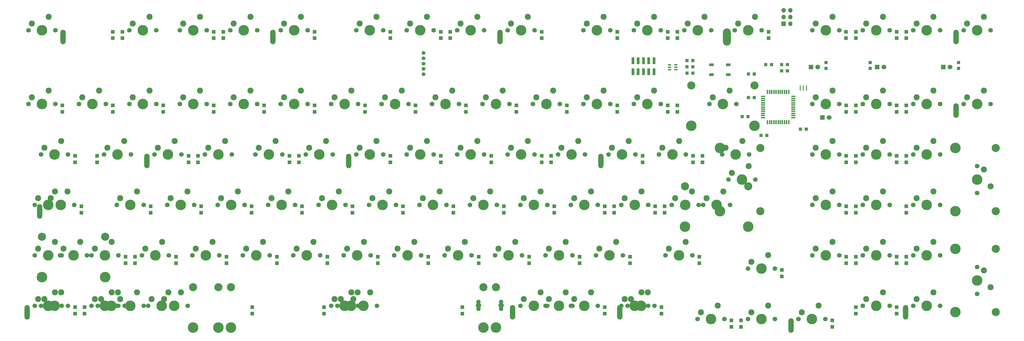
<source format=gbr>
%TF.GenerationSoftware,KiCad,Pcbnew,(5.99.0-9785-ga9f86c6f3d)*%
%TF.CreationDate,2021-09-01T12:36:29-04:00*%
%TF.ProjectId,nt980.dk,6e743938-302e-4646-9b2e-6b696361645f,rev?*%
%TF.SameCoordinates,Original*%
%TF.FileFunction,Soldermask,Bot*%
%TF.FilePolarity,Negative*%
%FSLAX46Y46*%
G04 Gerber Fmt 4.6, Leading zero omitted, Abs format (unit mm)*
G04 Created by KiCad (PCBNEW (5.99.0-9785-ga9f86c6f3d)) date 2021-09-01 12:36:29*
%MOMM*%
%LPD*%
G01*
G04 APERTURE LIST*
%ADD10C,3.987800*%
%ADD11C,1.750000*%
%ADD12C,2.286000*%
%ADD13C,1.701800*%
%ADD14C,3.048000*%
%ADD15O,2.000000X5.500000*%
%ADD16O,3.000000X6.500000*%
%ADD17R,1.800000X1.800000*%
%ADD18C,1.800000*%
%ADD19C,2.000000*%
%ADD20O,1.700000X1.700000*%
%ADD21C,1.400000*%
%ADD22R,1.200000X1.250000*%
%ADD23R,1.200000X1.300000*%
%ADD24R,1.700000X1.700000*%
%ADD25R,1.700000X1.000000*%
%ADD26R,1.200000X0.600000*%
%ADD27R,1.400000X1.400000*%
%ADD28R,1.000000X2.580000*%
%ADD29R,0.550000X1.500000*%
%ADD30R,1.500000X0.550000*%
%ADD31R,0.400000X2.000000*%
%ADD32R,1.300000X1.200000*%
G04 APERTURE END LIST*
D10*
X257175000Y-9525000D03*
D11*
X252095000Y-9525000D03*
X262255000Y-9525000D03*
D12*
X259715000Y-4445000D03*
X253365000Y-6985000D03*
D10*
X276225000Y-9525000D03*
D11*
X281305000Y-9525000D03*
X271145000Y-9525000D03*
D12*
X278765000Y-4445000D03*
X272415000Y-6985000D03*
D10*
X238125000Y-9525000D03*
D11*
X243205000Y-9525000D03*
X233045000Y-9525000D03*
D12*
X240665000Y-4445000D03*
X234315000Y-6985000D03*
D11*
X166370000Y-9525000D03*
D10*
X171450000Y-9525000D03*
D11*
X176530000Y-9525000D03*
D12*
X173990000Y-4445000D03*
X167640000Y-6985000D03*
D11*
X195580000Y-9525000D03*
D10*
X190500000Y-9525000D03*
D11*
X185420000Y-9525000D03*
D12*
X193040000Y-4445000D03*
X186690000Y-6985000D03*
D11*
X213995000Y-9525000D03*
D10*
X219075000Y-9525000D03*
D11*
X224155000Y-9525000D03*
D12*
X221615000Y-4445000D03*
X215265000Y-6985000D03*
D11*
X147320000Y-9525000D03*
X157480000Y-9525000D03*
D10*
X152400000Y-9525000D03*
D12*
X154940000Y-4445000D03*
X148590000Y-6985000D03*
D11*
X128270000Y-9525000D03*
X138430000Y-9525000D03*
D10*
X133350000Y-9525000D03*
D12*
X135890000Y-4445000D03*
X129540000Y-6985000D03*
D11*
X99695000Y-9525000D03*
X109855000Y-9525000D03*
D10*
X104775000Y-9525000D03*
D12*
X107315000Y-4445000D03*
X100965000Y-6985000D03*
D10*
X66675000Y-9525000D03*
D11*
X71755000Y-9525000D03*
X61595000Y-9525000D03*
D12*
X69215000Y-4445000D03*
X62865000Y-6985000D03*
D10*
X47625000Y-9525000D03*
D11*
X42545000Y-9525000D03*
X52705000Y-9525000D03*
D12*
X50165000Y-4445000D03*
X43815000Y-6985000D03*
D10*
X9525000Y-9525000D03*
D11*
X14605000Y-9525000D03*
X4445000Y-9525000D03*
D12*
X12065000Y-4445000D03*
X5715000Y-6985000D03*
D10*
X85725000Y-9525000D03*
D11*
X90805000Y-9525000D03*
X80645000Y-9525000D03*
D12*
X88265000Y-4445000D03*
X81915000Y-6985000D03*
X216852500Y-108445000D03*
X210502500Y-110985000D03*
D13*
X209232500Y-113525000D03*
D10*
X214312500Y-113525000D03*
D13*
X219392500Y-113525000D03*
D12*
X197802500Y-108445000D03*
X191452500Y-110985000D03*
D13*
X190182500Y-113525000D03*
X200342500Y-113525000D03*
D10*
X195262500Y-113525000D03*
D11*
X276145000Y-118525000D03*
D10*
X281225000Y-118525000D03*
D11*
X286305000Y-118525000D03*
D12*
X283765000Y-113445000D03*
X277415000Y-115985000D03*
D10*
X9493250Y-102730000D03*
D11*
X16351250Y-94475000D03*
D10*
X21431250Y-94475000D03*
D14*
X9493250Y-87490000D03*
D10*
X33369250Y-102730000D03*
D14*
X33369250Y-87490000D03*
D11*
X26511250Y-94475000D03*
D12*
X23971250Y-89395000D03*
X17621250Y-91935000D03*
X128746250Y-108445000D03*
X122396250Y-110985000D03*
D13*
X121126250Y-113525000D03*
D10*
X76168250Y-121780000D03*
D14*
X76168250Y-106540000D03*
D10*
X126206250Y-113525000D03*
D14*
X176244250Y-106540000D03*
D13*
X131286250Y-113525000D03*
D10*
X176244250Y-121780000D03*
D11*
X267255000Y-118525000D03*
X257095000Y-118525000D03*
D10*
X262175000Y-118525000D03*
D12*
X264715000Y-113445000D03*
X258365000Y-115985000D03*
D11*
X269398750Y-75425000D03*
X259238750Y-75425000D03*
D10*
X264318750Y-75425000D03*
D14*
X252380750Y-68440000D03*
D10*
X276256750Y-83680000D03*
D14*
X276256750Y-68440000D03*
D10*
X252380750Y-83680000D03*
D12*
X266858750Y-70345000D03*
X260508750Y-72885000D03*
X238283750Y-108445000D03*
X231933750Y-110985000D03*
D13*
X240823750Y-113525000D03*
D10*
X235743750Y-113525000D03*
D13*
X230663750Y-113525000D03*
D12*
X14446250Y-108445000D03*
X8096250Y-110985000D03*
D13*
X16986250Y-113525000D03*
X6826250Y-113525000D03*
D10*
X11906250Y-113525000D03*
D11*
X276145000Y-99475000D03*
D10*
X281225000Y-99475000D03*
D11*
X286305000Y-99475000D03*
D12*
X283765000Y-94395000D03*
X277415000Y-96935000D03*
X35877500Y-108445000D03*
X29527500Y-110985000D03*
D13*
X38417500Y-113525000D03*
D10*
X33337500Y-113525000D03*
D13*
X28257500Y-113525000D03*
D10*
X250031250Y-94475000D03*
D11*
X255111250Y-94475000D03*
X244951250Y-94475000D03*
D12*
X252571250Y-89395000D03*
X246221250Y-91935000D03*
X57308750Y-108445000D03*
X50958750Y-110985000D03*
D13*
X49688750Y-113525000D03*
X59848750Y-113525000D03*
D10*
X54768750Y-113525000D03*
D11*
X218757500Y-94475000D03*
X228917500Y-94475000D03*
D10*
X223837500Y-94475000D03*
D12*
X226377500Y-89395000D03*
X220027500Y-91935000D03*
D11*
X190817500Y-94475000D03*
X180657500Y-94475000D03*
D10*
X185737500Y-94475000D03*
D12*
X188277500Y-89395000D03*
X181927500Y-91935000D03*
D11*
X199707500Y-94475000D03*
D10*
X204787500Y-94475000D03*
D11*
X209867500Y-94475000D03*
D12*
X207327500Y-89395000D03*
X200977500Y-91935000D03*
D11*
X161607500Y-94475000D03*
D10*
X166687500Y-94475000D03*
D11*
X171767500Y-94475000D03*
D12*
X169227500Y-89395000D03*
X162877500Y-91935000D03*
D11*
X142557500Y-94475000D03*
X152717500Y-94475000D03*
D10*
X147637500Y-94475000D03*
D12*
X150177500Y-89395000D03*
X143827500Y-91935000D03*
D10*
X128587500Y-94475000D03*
D11*
X133667500Y-94475000D03*
X123507500Y-94475000D03*
D12*
X131127500Y-89395000D03*
X124777500Y-91935000D03*
D11*
X114617500Y-94475000D03*
X104457500Y-94475000D03*
D10*
X109537500Y-94475000D03*
D12*
X112077500Y-89395000D03*
X105727500Y-91935000D03*
D11*
X95567500Y-94475000D03*
X85407500Y-94475000D03*
D10*
X90487500Y-94475000D03*
D12*
X93027500Y-89395000D03*
X86677500Y-91935000D03*
D10*
X71437500Y-94475000D03*
D11*
X76517500Y-94475000D03*
X66357500Y-94475000D03*
D12*
X73977500Y-89395000D03*
X67627500Y-91935000D03*
D10*
X233362500Y-75425000D03*
D11*
X238442500Y-75425000D03*
X228282500Y-75425000D03*
D12*
X235902500Y-70345000D03*
X229552500Y-72885000D03*
D10*
X52387500Y-94475000D03*
D11*
X57467500Y-94475000D03*
X47307500Y-94475000D03*
D12*
X54927500Y-89395000D03*
X48577500Y-91935000D03*
D11*
X181292500Y-75425000D03*
D10*
X176212500Y-75425000D03*
D11*
X171132500Y-75425000D03*
D12*
X178752500Y-70345000D03*
X172402500Y-72885000D03*
D10*
X138112500Y-75425000D03*
D11*
X133032500Y-75425000D03*
X143192500Y-75425000D03*
D12*
X140652500Y-70345000D03*
X134302500Y-72885000D03*
D10*
X100012500Y-75425000D03*
D11*
X105092500Y-75425000D03*
X94932500Y-75425000D03*
D12*
X102552500Y-70345000D03*
X96202500Y-72885000D03*
D11*
X200342500Y-75425000D03*
X190182500Y-75425000D03*
D10*
X195262500Y-75425000D03*
D12*
X197802500Y-70345000D03*
X191452500Y-72885000D03*
D11*
X152082500Y-75425000D03*
X162242500Y-75425000D03*
D10*
X157162500Y-75425000D03*
D12*
X159702500Y-70345000D03*
X153352500Y-72885000D03*
D11*
X86042500Y-75425000D03*
X75882500Y-75425000D03*
D10*
X80962500Y-75425000D03*
D12*
X83502500Y-70345000D03*
X77152500Y-72885000D03*
D11*
X124142500Y-75425000D03*
D10*
X119062500Y-75425000D03*
D11*
X113982500Y-75425000D03*
D12*
X121602500Y-70345000D03*
X115252500Y-72885000D03*
D11*
X66992500Y-75425000D03*
D10*
X61912500Y-75425000D03*
D11*
X56832500Y-75425000D03*
D12*
X64452500Y-70345000D03*
X58102500Y-72885000D03*
D11*
X276542500Y-56375000D03*
X266382500Y-56375000D03*
D10*
X271462500Y-56375000D03*
D12*
X274002500Y-51295000D03*
X267652500Y-53835000D03*
D11*
X166370000Y-56375000D03*
X176530000Y-56375000D03*
D10*
X171450000Y-56375000D03*
D12*
X173990000Y-51295000D03*
X167640000Y-53835000D03*
D11*
X33655000Y-37325000D03*
D10*
X28575000Y-37325000D03*
D11*
X23495000Y-37325000D03*
D12*
X31115000Y-32245000D03*
X24765000Y-34785000D03*
D11*
X195580000Y-56375000D03*
X185420000Y-56375000D03*
D10*
X190500000Y-56375000D03*
D12*
X193040000Y-51295000D03*
X186690000Y-53835000D03*
D10*
X123825000Y-37325000D03*
D11*
X118745000Y-37325000D03*
X128905000Y-37325000D03*
D12*
X126365000Y-32245000D03*
X120015000Y-34785000D03*
D10*
X219075000Y-37325000D03*
D11*
X224155000Y-37325000D03*
X213995000Y-37325000D03*
D12*
X221615000Y-32245000D03*
X215265000Y-34785000D03*
D10*
X180975000Y-37325000D03*
D11*
X186055000Y-37325000D03*
X175895000Y-37325000D03*
D12*
X183515000Y-32245000D03*
X177165000Y-34785000D03*
D10*
X104775000Y-37325000D03*
D11*
X99695000Y-37325000D03*
X109855000Y-37325000D03*
D12*
X107315000Y-32245000D03*
X100965000Y-34785000D03*
D11*
X138430000Y-56375000D03*
D10*
X133350000Y-56375000D03*
D11*
X128270000Y-56375000D03*
D12*
X135890000Y-51295000D03*
X129540000Y-53835000D03*
D11*
X9207500Y-56375000D03*
X19367500Y-56375000D03*
D10*
X14287500Y-56375000D03*
D12*
X16827500Y-51295000D03*
X10477500Y-53835000D03*
D10*
X209550000Y-56375000D03*
D11*
X214630000Y-56375000D03*
X204470000Y-56375000D03*
D12*
X212090000Y-51295000D03*
X205740000Y-53835000D03*
D10*
X95250000Y-56375000D03*
D11*
X100330000Y-56375000D03*
X90170000Y-56375000D03*
D12*
X97790000Y-51295000D03*
X91440000Y-53835000D03*
D10*
X76200000Y-56375000D03*
D11*
X71120000Y-56375000D03*
X81280000Y-56375000D03*
D12*
X78740000Y-51295000D03*
X72390000Y-53835000D03*
D10*
X85725000Y-37325000D03*
D11*
X90805000Y-37325000D03*
X80645000Y-37325000D03*
D12*
X88265000Y-32245000D03*
X81915000Y-34785000D03*
D10*
X161925000Y-37325000D03*
D11*
X167005000Y-37325000D03*
X156845000Y-37325000D03*
D12*
X164465000Y-32245000D03*
X158115000Y-34785000D03*
D10*
X142875000Y-37325000D03*
D11*
X147955000Y-37325000D03*
X137795000Y-37325000D03*
D12*
X145415000Y-32245000D03*
X139065000Y-34785000D03*
D11*
X109220000Y-56375000D03*
D10*
X114300000Y-56375000D03*
D11*
X119380000Y-56375000D03*
D12*
X116840000Y-51295000D03*
X110490000Y-53835000D03*
D10*
X42862500Y-75425000D03*
D11*
X47942500Y-75425000D03*
X37782500Y-75425000D03*
D12*
X45402500Y-70345000D03*
X39052500Y-72885000D03*
D11*
X61595000Y-37325000D03*
X71755000Y-37325000D03*
D10*
X66675000Y-37325000D03*
D12*
X69215000Y-32245000D03*
X62865000Y-34785000D03*
D11*
X219392500Y-75425000D03*
X209232500Y-75425000D03*
D10*
X214312500Y-75425000D03*
D12*
X216852500Y-70345000D03*
X210502500Y-72885000D03*
D11*
X14605000Y-37325000D03*
X4445000Y-37325000D03*
D10*
X9525000Y-37325000D03*
D12*
X12065000Y-32245000D03*
X5715000Y-34785000D03*
D11*
X243205000Y-37325000D03*
D10*
X238125000Y-37325000D03*
D11*
X233045000Y-37325000D03*
D12*
X240665000Y-32245000D03*
X234315000Y-34785000D03*
D11*
X205105000Y-37325000D03*
X194945000Y-37325000D03*
D10*
X200025000Y-37325000D03*
D12*
X202565000Y-32245000D03*
X196215000Y-34785000D03*
D11*
X52705000Y-37325000D03*
D10*
X47625000Y-37325000D03*
D11*
X42545000Y-37325000D03*
D12*
X50165000Y-32245000D03*
X43815000Y-34785000D03*
D10*
X16668750Y-75425000D03*
D11*
X21748750Y-75425000D03*
X11588750Y-75425000D03*
D12*
X19208750Y-70345000D03*
X12858750Y-72885000D03*
D11*
X62230000Y-56375000D03*
X52070000Y-56375000D03*
D10*
X57150000Y-56375000D03*
D12*
X59690000Y-51295000D03*
X53340000Y-53835000D03*
D11*
X157480000Y-56375000D03*
X147320000Y-56375000D03*
D10*
X152400000Y-56375000D03*
D12*
X154940000Y-51295000D03*
X148590000Y-53835000D03*
D11*
X242570000Y-56375000D03*
X252730000Y-56375000D03*
D10*
X247650000Y-56375000D03*
D12*
X250190000Y-51295000D03*
X243840000Y-53835000D03*
D10*
X38100000Y-56375000D03*
D11*
X33020000Y-56375000D03*
X43180000Y-56375000D03*
D12*
X40640000Y-51295000D03*
X34290000Y-53835000D03*
D10*
X343625000Y-113525000D03*
D11*
X338545000Y-113525000D03*
X348705000Y-113525000D03*
D12*
X346165000Y-108445000D03*
X339815000Y-110985000D03*
D11*
X329655000Y-113525000D03*
D10*
X324575000Y-113525000D03*
D11*
X319495000Y-113525000D03*
D12*
X327115000Y-108445000D03*
X320765000Y-110985000D03*
D11*
X338545000Y-9525000D03*
D10*
X343625000Y-9525000D03*
D11*
X348705000Y-9525000D03*
D12*
X346165000Y-4445000D03*
X339815000Y-6985000D03*
D10*
X324575000Y-9525000D03*
D11*
X319495000Y-9525000D03*
X329655000Y-9525000D03*
D12*
X327115000Y-4445000D03*
X320765000Y-6985000D03*
D11*
X300445000Y-9525000D03*
D10*
X305525000Y-9525000D03*
D11*
X310605000Y-9525000D03*
D12*
X308065000Y-4445000D03*
X301715000Y-6985000D03*
D10*
X343625000Y-94475000D03*
D11*
X338545000Y-94475000D03*
X348705000Y-94475000D03*
D12*
X346165000Y-89395000D03*
X339815000Y-91935000D03*
D11*
X310605000Y-94475000D03*
X300445000Y-94475000D03*
D10*
X305525000Y-94475000D03*
D12*
X308065000Y-89395000D03*
X301715000Y-91935000D03*
D10*
X324575000Y-94475000D03*
D11*
X329655000Y-94475000D03*
X319495000Y-94475000D03*
D12*
X327115000Y-89395000D03*
X320765000Y-91935000D03*
D11*
X319495000Y-75425000D03*
D10*
X324575000Y-75425000D03*
D11*
X329655000Y-75425000D03*
D12*
X327115000Y-70345000D03*
X320765000Y-72885000D03*
D10*
X343625000Y-75425000D03*
D11*
X338545000Y-75425000D03*
X348705000Y-75425000D03*
D12*
X346165000Y-70345000D03*
X339815000Y-72885000D03*
D10*
X305525000Y-75425000D03*
D11*
X310605000Y-75425000D03*
X300445000Y-75425000D03*
D12*
X308065000Y-70345000D03*
X301715000Y-72885000D03*
D11*
X310605000Y-56375000D03*
D10*
X305525000Y-56375000D03*
D11*
X300445000Y-56375000D03*
D12*
X308065000Y-51295000D03*
X301715000Y-53835000D03*
D10*
X324575000Y-37325000D03*
D11*
X319495000Y-37325000D03*
X329655000Y-37325000D03*
D12*
X327115000Y-32245000D03*
X320765000Y-34785000D03*
D11*
X357595000Y-37325000D03*
X367755000Y-37325000D03*
D10*
X362675000Y-37325000D03*
D12*
X365215000Y-32245000D03*
X358865000Y-34785000D03*
D11*
X338545000Y-37325000D03*
X348705000Y-37325000D03*
D10*
X343625000Y-37325000D03*
D12*
X346165000Y-32245000D03*
X339815000Y-34785000D03*
D11*
X357595000Y-9525000D03*
D10*
X362675000Y-9525000D03*
D11*
X367755000Y-9525000D03*
D12*
X365215000Y-4445000D03*
X358865000Y-6985000D03*
D11*
X348705000Y-56375000D03*
D10*
X343625000Y-56375000D03*
D11*
X338545000Y-56375000D03*
D12*
X346165000Y-51295000D03*
X339815000Y-53835000D03*
D10*
X305525000Y-37325000D03*
D11*
X310605000Y-37325000D03*
X300445000Y-37325000D03*
D12*
X308065000Y-32245000D03*
X301715000Y-34785000D03*
D10*
X324575000Y-56375000D03*
D11*
X329655000Y-56375000D03*
X319495000Y-56375000D03*
D12*
X327115000Y-51295000D03*
X320765000Y-53835000D03*
D15*
X96772316Y-12041635D03*
X182497316Y-12041635D03*
X354672316Y-12041635D03*
X354672316Y-39841635D03*
X335622316Y-116041635D03*
X49147316Y-58891635D03*
X125347316Y-58891635D03*
D10*
X228600000Y-56375000D03*
D11*
X223520000Y-56375000D03*
X233680000Y-56375000D03*
D12*
X231140000Y-51295000D03*
X224790000Y-53835000D03*
D15*
X8666066Y-77941635D03*
X3903566Y-116041635D03*
X187259816Y-116041635D03*
X227741066Y-116041635D03*
D10*
X300275000Y-118525000D03*
D11*
X305355000Y-118525000D03*
X295195000Y-118525000D03*
D12*
X302815000Y-113445000D03*
X296465000Y-115985000D03*
D16*
X268222316Y-12041635D03*
D11*
X257492694Y-75424984D03*
D10*
X252412694Y-75424984D03*
D11*
X247332694Y-75424984D03*
D12*
X254952694Y-70344984D03*
X248602694Y-72884984D03*
D10*
X33337510Y-94475000D03*
D11*
X28257510Y-94475000D03*
X38417510Y-94475000D03*
D12*
X35877510Y-89395000D03*
X29527510Y-91935000D03*
X14446242Y-89395000D03*
X8096242Y-91935000D03*
D10*
X11906242Y-94475000D03*
D13*
X16986242Y-94475000D03*
X6826242Y-94475000D03*
D10*
X265588962Y-53961976D03*
D12*
X276383962Y-60819976D03*
X270033962Y-63359976D03*
D14*
X280828962Y-77837976D03*
D10*
X265588962Y-77837976D03*
D14*
X280828962Y-53961976D03*
D13*
X278923962Y-65899976D03*
X268763962Y-65899976D03*
D10*
X273843962Y-65899976D03*
X266700000Y-37325000D03*
D14*
X278638000Y-30340000D03*
D10*
X254762000Y-45580000D03*
D11*
X261620000Y-37325000D03*
X271780000Y-37325000D03*
D14*
X254762000Y-30340000D03*
D10*
X278638000Y-45580000D03*
D12*
X269240000Y-32245000D03*
X262890000Y-34785000D03*
D17*
X324905000Y-23425000D03*
D18*
X327445000Y-23425000D03*
D17*
X349905000Y-23425000D03*
D18*
X352445000Y-23425000D03*
D17*
X299905000Y-23425000D03*
D18*
X302445000Y-23425000D03*
D17*
X304230000Y-42405000D03*
D18*
X306770000Y-42405000D03*
D19*
X182926500Y-113402000D03*
D20*
X174353500Y-114647000D03*
D12*
X14452500Y-70345000D03*
X8102500Y-72885000D03*
D13*
X16992500Y-75425000D03*
X6832500Y-75425000D03*
D10*
X11912500Y-75425000D03*
D12*
X235902500Y-108445000D03*
X229552500Y-110985000D03*
D13*
X238442500Y-113525000D03*
D10*
X233362500Y-113525000D03*
D13*
X228282500Y-113525000D03*
D10*
X354420000Y-53962000D03*
D11*
X362675000Y-70980000D03*
X362675000Y-60820000D03*
D10*
X354420000Y-77838000D03*
D14*
X369660000Y-77838000D03*
D10*
X362675000Y-65900000D03*
D14*
X369660000Y-53962000D03*
D12*
X367755000Y-68440000D03*
X365215000Y-62090000D03*
D10*
X66620750Y-121780000D03*
D14*
X66620750Y-106540000D03*
X180984250Y-106540000D03*
D10*
X180984250Y-121780000D03*
D12*
X126342500Y-108445000D03*
X119992500Y-110985000D03*
D13*
X118722500Y-113525000D03*
D10*
X123802500Y-113525000D03*
D13*
X128882500Y-113525000D03*
D12*
X45390000Y-108445000D03*
X39040000Y-110985000D03*
D13*
X47930000Y-113525000D03*
D10*
X42850000Y-113525000D03*
D13*
X37770000Y-113525000D03*
D15*
X292371158Y-121041635D03*
D12*
X207312500Y-108445000D03*
X200962500Y-110985000D03*
D13*
X209852500Y-113525000D03*
D10*
X204772500Y-113525000D03*
D13*
X199692500Y-113525000D03*
D11*
X362675000Y-98920000D03*
D14*
X369660000Y-115938000D03*
D10*
X362675000Y-104000000D03*
X354420000Y-92062000D03*
D14*
X369660000Y-92062000D03*
D10*
X354420000Y-115938000D03*
D11*
X362675000Y-109080000D03*
D12*
X367755000Y-106540000D03*
X365215000Y-100190000D03*
X16832500Y-108445000D03*
X10482500Y-110985000D03*
D13*
X19372500Y-113525000D03*
D10*
X14292500Y-113525000D03*
D13*
X9212500Y-113525000D03*
D15*
X220597316Y-58891635D03*
D21*
X153606500Y-24101000D03*
X153606500Y-26101000D03*
X153606500Y-18101000D03*
X153606500Y-20101000D03*
D20*
X182934500Y-112107000D03*
D12*
X62042500Y-108445000D03*
X55692500Y-110985000D03*
D13*
X64582500Y-113525000D03*
X54422500Y-113525000D03*
D10*
X59502500Y-113525000D03*
D19*
X174339500Y-113402000D03*
D20*
X182940500Y-114647000D03*
D12*
X38242500Y-108445000D03*
X31892500Y-110985000D03*
D13*
X40782500Y-113525000D03*
X30622500Y-113525000D03*
D10*
X35702500Y-113525000D03*
D21*
X153606500Y-22101000D03*
D12*
X133482500Y-108445000D03*
X127132500Y-110985000D03*
D13*
X125862500Y-113525000D03*
D10*
X80904500Y-121780000D03*
D14*
X80904500Y-106540000D03*
D10*
X130942500Y-113525000D03*
D14*
X180980500Y-106540000D03*
D13*
X136022500Y-113525000D03*
D10*
X180980500Y-121780000D03*
D20*
X174347500Y-112107000D03*
D22*
X276134398Y-42087488D03*
X273934398Y-42087488D03*
X295960979Y-46849992D03*
X298160979Y-46849992D03*
X288817235Y-24823411D03*
X291017235Y-24823411D03*
X278515650Y-26014037D03*
X276315650Y-26014037D03*
D23*
X255332713Y-25670337D03*
X253132713Y-25670337D03*
D24*
X289605000Y-7040000D03*
D20*
X292145000Y-7040000D03*
X289605000Y-4500000D03*
X292145000Y-4500000D03*
X289605000Y-1960000D03*
X292145000Y-1960000D03*
D23*
X285064093Y-22442159D03*
X282864093Y-22442159D03*
D25*
X262359598Y-26307833D03*
X268659598Y-26307833D03*
X262359598Y-22507833D03*
X268659598Y-22507833D03*
D26*
X246550000Y-24450000D03*
X246550000Y-23500000D03*
X246550000Y-22550000D03*
X248850000Y-22550000D03*
X248850000Y-23500000D03*
X248850000Y-24450000D03*
D23*
X281078166Y-49231228D03*
X283278166Y-49231228D03*
D27*
X160139189Y-12510939D03*
X160139189Y-10110939D03*
X316835947Y-12510939D03*
X316835947Y-10110939D03*
X106561027Y-59360939D03*
X106561027Y-56960939D03*
X112514149Y-40310939D03*
X112514149Y-37910939D03*
X17264069Y-40310939D03*
X17264069Y-37910939D03*
X245864261Y-12510939D03*
X245864261Y-10110939D03*
X102989137Y-59360939D03*
X102989137Y-56960939D03*
X249436135Y-40310891D03*
X249436135Y-37910891D03*
X335885963Y-12510939D03*
X335885963Y-10110939D03*
X64889105Y-59360939D03*
X64889105Y-56960939D03*
X169664197Y-40310939D03*
X169664197Y-37910939D03*
X30360963Y-59360939D03*
X30360963Y-56960939D03*
X316835947Y-40310939D03*
X316835947Y-37910939D03*
X226814245Y-40310939D03*
X226814245Y-37910939D03*
X55364101Y-40310939D03*
X55364101Y-37910939D03*
X313134638Y-12510939D03*
X313134638Y-10110939D03*
X150614181Y-40310939D03*
X150614181Y-37910939D03*
X93464133Y-40310939D03*
X93464133Y-37910939D03*
X249436147Y-12510939D03*
X249436147Y-10110939D03*
X141089173Y-12510939D03*
X141089173Y-10110939D03*
X188714213Y-40310939D03*
X188714213Y-37910939D03*
X74414117Y-40310939D03*
X74414117Y-37910939D03*
X283964293Y-12510939D03*
X283964293Y-10110939D03*
X313264069Y-40310939D03*
X313264069Y-37910939D03*
X207764229Y-40310939D03*
X207764229Y-37910939D03*
X22026569Y-59360939D03*
X22026569Y-56960939D03*
X245864251Y-40310891D03*
X245864251Y-37910891D03*
X131564165Y-40310939D03*
X131564165Y-37910939D03*
X226814245Y-12510939D03*
X226814245Y-10110939D03*
X36314085Y-40310939D03*
X36314085Y-37910939D03*
X163711075Y-12510939D03*
X163711075Y-10110939D03*
X332314085Y-12510939D03*
X332314085Y-10110939D03*
X335885963Y-40310939D03*
X335885963Y-37910939D03*
X316835931Y-116510939D03*
X316835931Y-114110939D03*
X88904500Y-116510939D03*
X88904500Y-114110939D03*
X22031569Y-116510939D03*
X22031569Y-114110939D03*
X308014101Y-121510939D03*
X308014101Y-119110939D03*
X332314085Y-97460971D03*
X332314085Y-95060971D03*
X25598431Y-116510939D03*
X25598431Y-114110939D03*
X335885947Y-97460939D03*
X335885947Y-95060939D03*
X222051569Y-116510939D03*
X222051569Y-114110939D03*
X116063431Y-116510939D03*
X116063431Y-114110939D03*
X313264069Y-97460971D03*
X313264069Y-95060971D03*
X231576745Y-97460971D03*
X231576745Y-95060971D03*
X174426697Y-97460971D03*
X174426697Y-95060971D03*
X136326665Y-97460971D03*
X136326665Y-95060971D03*
X117276649Y-97460971D03*
X117276649Y-95060971D03*
X60126601Y-97460971D03*
X60126601Y-95060971D03*
X316835947Y-78410955D03*
X316835947Y-76010955D03*
X107751641Y-78410955D03*
X107751641Y-76010955D03*
X222051737Y-78410955D03*
X222051737Y-76010955D03*
X203001721Y-78410955D03*
X203001721Y-76010955D03*
X236339149Y-59360939D03*
X236339149Y-56960939D03*
X69651609Y-78410955D03*
X69651609Y-76010955D03*
X164901689Y-78410955D03*
X164901689Y-76010955D03*
X145851673Y-78410955D03*
X145851673Y-76010955D03*
X141089169Y-59360939D03*
X141089169Y-56960939D03*
X335885963Y-59360939D03*
X335885963Y-56960939D03*
X44648463Y-97460971D03*
X44648463Y-95060971D03*
X183951705Y-78410955D03*
X183951705Y-76010955D03*
X332314069Y-116510939D03*
X332314069Y-114110939D03*
X257770319Y-97460939D03*
X257770319Y-95060939D03*
X193476713Y-97460971D03*
X193476713Y-95060971D03*
X241101569Y-78410955D03*
X241101569Y-76010955D03*
X155376681Y-97460971D03*
X155376681Y-95060971D03*
X316835947Y-59360939D03*
X316835947Y-56960939D03*
X198239229Y-59360939D03*
X198239229Y-56960939D03*
X160139185Y-59360939D03*
X160139185Y-56960939D03*
X98226633Y-97460971D03*
X98226633Y-95060971D03*
X24407821Y-78410955D03*
X24407821Y-76010955D03*
X332314085Y-59360939D03*
X332314085Y-56960939D03*
X258960947Y-59360939D03*
X258960947Y-56960939D03*
X88701625Y-78410955D03*
X88701625Y-76010955D03*
X313264069Y-78410955D03*
X313264069Y-76010955D03*
X179189201Y-59360939D03*
X179189201Y-56960939D03*
X316835947Y-97460971D03*
X316835947Y-95060971D03*
X288964085Y-102460923D03*
X288964085Y-100060923D03*
X212526729Y-97460971D03*
X212526729Y-95060971D03*
X126801657Y-78410955D03*
X126801657Y-76010955D03*
X201811095Y-59360939D03*
X201811095Y-56960939D03*
X79176617Y-97460971D03*
X79176617Y-95060971D03*
X335885931Y-78410939D03*
X335885931Y-76010939D03*
X225623615Y-78410955D03*
X225623615Y-76010955D03*
X50601593Y-78410955D03*
X50601593Y-76010955D03*
X112514149Y-12510939D03*
X112514149Y-10110939D03*
X36314085Y-12510939D03*
X36314085Y-10110939D03*
X77985995Y-12510939D03*
X77985995Y-10110939D03*
X74414117Y-12510939D03*
X74414117Y-10110939D03*
X39885963Y-12510939D03*
X39885963Y-10110939D03*
D15*
X17527684Y-12041635D03*
D28*
X240675000Y-25210000D03*
X240675000Y-21040000D03*
X238675000Y-25210000D03*
X238675000Y-21040000D03*
X236675000Y-25210000D03*
X236675000Y-21040000D03*
X234675000Y-25210000D03*
X234675000Y-21040000D03*
X232675000Y-25210000D03*
X232675000Y-21040000D03*
D23*
X255332713Y-20907833D03*
X253132713Y-20907833D03*
D27*
X198239221Y-12510939D03*
X198239221Y-10110939D03*
X244673631Y-78410955D03*
X244673631Y-76010955D03*
X41076585Y-97460971D03*
X41076585Y-95060971D03*
D29*
X283535983Y-32815610D03*
X284335983Y-32815610D03*
X285135983Y-32815610D03*
X285935983Y-32815610D03*
X286735983Y-32815610D03*
X287535983Y-32815610D03*
X288335983Y-32815610D03*
X289135983Y-32815610D03*
X289935983Y-32815610D03*
X290735983Y-32815610D03*
X291535983Y-32815610D03*
D30*
X293235983Y-34515610D03*
X293235983Y-35315610D03*
X293235983Y-36115610D03*
X293235983Y-36915610D03*
X293235983Y-37715610D03*
X293235983Y-38515610D03*
X293235983Y-39315610D03*
X293235983Y-40115610D03*
X293235983Y-40915610D03*
X293235983Y-41715610D03*
X293235983Y-42515610D03*
D29*
X291535983Y-44215610D03*
X290735983Y-44215610D03*
X289935983Y-44215610D03*
X289135983Y-44215610D03*
X288335983Y-44215610D03*
X287535983Y-44215610D03*
X286735983Y-44215610D03*
X285935983Y-44215610D03*
X285135983Y-44215610D03*
X284335983Y-44215610D03*
X283535983Y-44215610D03*
D30*
X281835983Y-42515610D03*
X281835983Y-41715610D03*
X281835983Y-40915610D03*
X281835983Y-40115610D03*
X281835983Y-39315610D03*
X281835983Y-38515610D03*
X281835983Y-37715610D03*
X281835983Y-36915610D03*
X281835983Y-36115610D03*
X281835983Y-35315610D03*
X281835983Y-34515610D03*
D27*
X269914069Y-121510939D03*
X269914069Y-119110939D03*
X273485931Y-121510939D03*
X273485931Y-119110939D03*
X313264069Y-59360939D03*
X313264069Y-56960939D03*
X332314085Y-40310939D03*
X332314085Y-37910939D03*
X68460983Y-59360939D03*
X68460983Y-56960939D03*
X168244250Y-116510939D03*
X168244250Y-114110939D03*
X243482819Y-116510939D03*
X243482819Y-114110939D03*
D31*
X298260991Y-31371838D03*
X295860991Y-31371838D03*
X297060991Y-31371838D03*
D32*
X305614045Y-21709374D03*
X305614045Y-23909374D03*
X322285955Y-21709374D03*
X322285955Y-23909374D03*
X355620337Y-21709374D03*
X355620337Y-23909374D03*
D22*
X288817235Y-22442159D03*
X291017235Y-22442159D03*
D27*
X255389069Y-59360939D03*
X255389069Y-56960939D03*
D22*
X278515662Y-34943732D03*
X276315662Y-34943732D03*
D23*
X255332713Y-23289085D03*
X253132713Y-23289085D03*
M02*

</source>
